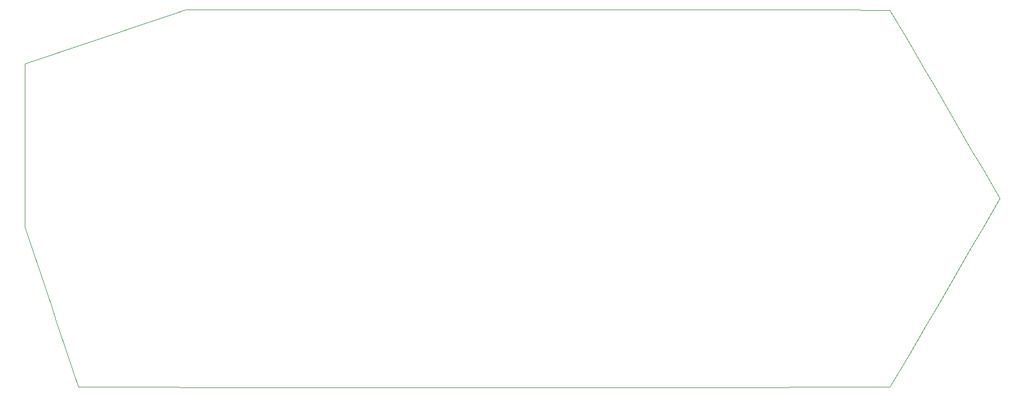
<source format=gbr>
%TF.GenerationSoftware,Flux,Pcbnew,7.0.11-7.0.11~ubuntu20.04.1*%
%TF.CreationDate,2024-08-16T09:23:18+00:00*%
%TF.ProjectId,input,696e7075-742e-46b6-9963-61645f706362,rev?*%
%TF.SameCoordinates,Original*%
%TF.FileFunction,Profile,NP*%
%FSLAX46Y46*%
G04 Gerber Fmt 4.6, Leading zero omitted, Abs format (unit mm)*
G04 Filename: betterflipperzero*
G04 Build it with Flux! Visit our site at: https://www.flux.ai (PCBNEW 7.0.11-7.0.11~ubuntu20.04.1) date 2024-08-16 09:23:18*
%MOMM*%
%LPD*%
G01*
G04 APERTURE LIST*
%TA.AperFunction,Profile*%
%ADD10C,0.050000*%
%TD*%
G04 APERTURE END LIST*
D10*
X-53050000Y34450000D02*
X-44241667Y34453479D01*
X-44241667Y34453479D02*
X-35433322Y34455567D01*
X-35433322Y34455567D02*
X-26624967Y34456264D01*
X-26624967Y34456264D02*
X-17816607Y34455570D01*
X-17816607Y34455570D02*
X-9008246Y34453486D01*
X-9008246Y34453486D02*
X-199887Y34450013D01*
X-199887Y34450013D02*
X8608465Y34445149D01*
X8608465Y34445149D02*
X17416807Y34438896D01*
X17416807Y34438896D02*
X26225136Y34431255D01*
X26225136Y34431255D02*
X35033447Y34422225D01*
X35033447Y34422225D02*
X43841736Y34411806D01*
X43841736Y34411806D02*
X52650000Y34400000D01*
X52650000Y34400000D02*
X54039896Y32046025D01*
X54039896Y32046025D02*
X55427083Y29690500D01*
X55427083Y29690500D02*
X56811563Y27333425D01*
X56811563Y27333425D02*
X58193333Y24974800D01*
X58193333Y24974800D02*
X59572396Y22614625D01*
X59572396Y22614625D02*
X60948750Y20252900D01*
X60948750Y20252900D02*
X62322396Y17889625D01*
X62322396Y17889625D02*
X63693333Y15524800D01*
X63693333Y15524800D02*
X65061563Y13158425D01*
X65061563Y13158425D02*
X66427083Y10790500D01*
X66427083Y10790500D02*
X67789896Y8421025D01*
X67789896Y8421025D02*
X69150000Y6050000D01*
X69150000Y6050000D02*
X67789896Y3678975D01*
X67789896Y3678975D02*
X66427083Y1309500D01*
X66427083Y1309500D02*
X65061563Y-1058425D01*
X65061563Y-1058425D02*
X63693333Y-3424800D01*
X63693333Y-3424800D02*
X62322396Y-5789625D01*
X62322396Y-5789625D02*
X60948750Y-8152900D01*
X60948750Y-8152900D02*
X59572396Y-10514625D01*
X59572396Y-10514625D02*
X58193333Y-12874800D01*
X58193333Y-12874800D02*
X56811563Y-15233425D01*
X56811563Y-15233425D02*
X55427083Y-17590500D01*
X55427083Y-17590500D02*
X54039896Y-19946025D01*
X54039896Y-19946025D02*
X52650000Y-22300000D01*
X52650000Y-22300000D02*
X42500000Y-22315285D01*
X42500000Y-22315285D02*
X32350000Y-22327792D01*
X32350000Y-22327792D02*
X22200000Y-22337519D01*
X22200000Y-22337519D02*
X12050000Y-22344467D01*
X12050000Y-22344467D02*
X1900000Y-22348635D01*
X1900000Y-22348635D02*
X-8250000Y-22350025D01*
X-8250000Y-22350025D02*
X-18400000Y-22348635D01*
X-18400000Y-22348635D02*
X-28550000Y-22344467D01*
X-28550000Y-22344467D02*
X-38700000Y-22337519D01*
X-38700000Y-22337519D02*
X-48850000Y-22327792D01*
X-48850000Y-22327792D02*
X-59000000Y-22315285D01*
X-59000000Y-22315285D02*
X-69150000Y-22300000D01*
X-69150000Y-22300000D02*
X-69825227Y-20297910D01*
X-69825227Y-20297910D02*
X-70499657Y-18295442D01*
X-70499657Y-18295442D02*
X-71173291Y-16292595D01*
X-71173291Y-16292595D02*
X-71846126Y-14289370D01*
X-71846126Y-14289370D02*
X-72518163Y-12285768D01*
X-72518163Y-12285768D02*
X-73189400Y-10281787D01*
X-73189400Y-10281787D02*
X-73859837Y-8277430D01*
X-73859837Y-8277430D02*
X-74529474Y-6272696D01*
X-74529474Y-6272696D02*
X-75198309Y-4267586D01*
X-75198309Y-4267586D02*
X-75866343Y-2262100D01*
X-75866343Y-2262100D02*
X-76533573Y-256237D01*
X-76533573Y-256237D02*
X-77200000Y1750000D01*
X-77200000Y1750000D02*
X-77215285Y3800000D01*
X-77215285Y3800000D02*
X-77227792Y5850000D01*
X-77227792Y5850000D02*
X-77237519Y7900000D01*
X-77237519Y7900000D02*
X-77244467Y9950000D01*
X-77244467Y9950000D02*
X-77248635Y12000000D01*
X-77248635Y12000000D02*
X-77250025Y14050000D01*
X-77250025Y14050000D02*
X-77248635Y16100000D01*
X-77248635Y16100000D02*
X-77244467Y18150000D01*
X-77244467Y18150000D02*
X-77237519Y20200000D01*
X-77237519Y20200000D02*
X-77227792Y22250000D01*
X-77227792Y22250000D02*
X-77215285Y24300000D01*
X-77215285Y24300000D02*
X-77200000Y26350000D01*
X-77200000Y26350000D02*
X-75186240Y27027956D01*
X-75186240Y27027956D02*
X-73172708Y27705375D01*
X-73172708Y27705375D02*
X-71159406Y28382256D01*
X-71159406Y28382256D02*
X-69146333Y29058600D01*
X-69146333Y29058600D02*
X-67133490Y29734406D01*
X-67133490Y29734406D02*
X-65120875Y30409675D01*
X-65120875Y30409675D02*
X-63108490Y31084406D01*
X-63108490Y31084406D02*
X-61096333Y31758600D01*
X-61096333Y31758600D02*
X-59084406Y32432256D01*
X-59084406Y32432256D02*
X-57072708Y33105375D01*
X-57072708Y33105375D02*
X-55061240Y33777956D01*
X-55061240Y33777956D02*
X-53050000Y34450000D01*
M02*

</source>
